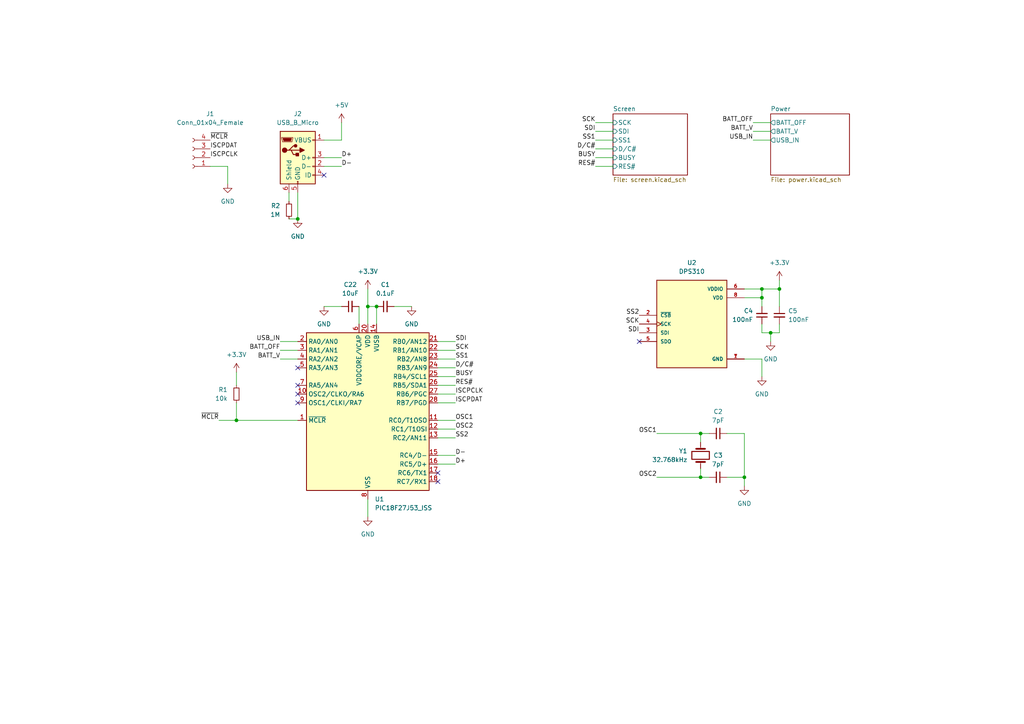
<source format=kicad_sch>
(kicad_sch (version 20211123) (generator eeschema)
  (paper "A4")
  (lib_symbols
    (symbol "Connector:Conn_01x04_Female" (pin_names (offset 1.016) hide)
      (property "Reference" "J" (at 0 5.08 0))
      (property "Value" "Conn_01x04_Female" (at 0 -7.62 0))
      (symbol "Conn_01x04_Female_1_1"
        (arc (start 0 -4.572) (mid -0.508 -5.08) (end 0 -5.588) (stroke (width 0.1524)))
        (arc (start 0 -2.032) (mid -0.508 -2.54) (end 0 -3.048) (stroke (width 0.1524)))
        (polyline (pts (xy -1.27 -5.08) (xy -0.508 -5.08)) (stroke (width 0.1524)))
        (polyline (pts (xy -1.27 -2.54) (xy -0.508 -2.54)) (stroke (width 0.1524)))
        (polyline (pts (xy -1.27 0) (xy -0.508 0)) (stroke (width 0.1524)))
        (polyline (pts (xy -1.27 2.54) (xy -0.508 2.54)) (stroke (width 0.1524)))
        (arc (start 0 0.508) (mid -0.508 0) (end 0 -0.508) (stroke (width 0.1524)))
        (arc (start 0 3.048) (mid -0.508 2.54) (end 0 2.032) (stroke (width 0.1524)))
        (pin passive line (at -5.08 2.54 0) (length 3.81) (name "Pin_1") (number "1"))
        (pin passive line (at -5.08 0 0) (length 3.81) (name "Pin_2") (number "2"))
        (pin passive line (at -5.08 -2.54 0) (length 3.81) (name "Pin_3") (number "3"))
        (pin passive line (at -5.08 -5.08 0) (length 3.81) (name "Pin_4") (number "4"))
      )
    )
    (symbol "Connector:USB_B_Micro" (pin_names (offset 1.016))
      (property "Reference" "J" (at -5.08 11.43 0))
      (property "Value" "USB_B_Micro" (at -5.08 8.89 0))
      (symbol "USB_B_Micro_0_1"
        (rectangle (start -5.08 -7.62) (end 5.08 7.62) (stroke (width 0.254)) (fill (type background)))
        (circle (center -3.81 2.159) (radius 0.635) (stroke (width 0.254)) (fill (type outline)))
        (circle (center -0.635 3.429) (radius 0.381) (stroke (width 0.254)) (fill (type outline)))
        (rectangle (start -0.127 -7.62) (end 0.127 -6.858))
        (polyline (pts (xy -1.905 2.159) (xy 0.635 2.159)) (stroke (width 0.254)))
        (polyline (pts (xy -3.175 2.159) (xy -2.54 2.159) (xy -1.27 3.429) (xy -0.635 3.429)) (stroke (width 0.254)))
        (polyline (pts (xy -2.54 2.159) (xy -1.905 2.159) (xy -1.27 0.889) (xy 0 0.889)) (stroke (width 0.254)))
        (polyline (pts (xy 0.635 2.794) (xy 0.635 1.524) (xy 1.905 2.159) (xy 0.635 2.794)) (stroke (width 0.254)) (fill (type outline)))
        (polyline (pts (xy -4.318 5.588) (xy -1.778 5.588) (xy -2.032 4.826) (xy -4.064 4.826) (xy -4.318 5.588)) (fill (type outline)))
        (polyline (pts (xy -4.699 5.842) (xy -4.699 5.588) (xy -4.445 4.826) (xy -4.445 4.572) (xy -1.651 4.572) (xy -1.651 4.826) (xy -1.397 5.588) (xy -1.397 5.842) (xy -4.699 5.842)))
        (rectangle (start 0.254 1.27) (end -0.508 0.508) (stroke (width 0.254)) (fill (type outline)))
        (rectangle (start 5.08 -5.207) (end 4.318 -4.953))
        (rectangle (start 5.08 -2.667) (end 4.318 -2.413))
        (rectangle (start 5.08 -0.127) (end 4.318 0.127))
        (rectangle (start 5.08 4.953) (end 4.318 5.207))
      )
      (symbol "USB_B_Micro_1_1"
        (pin power_out line (at 7.62 5.08 180) (length 2.54) (name "VBUS") (number "1"))
        (pin bidirectional line (at 7.62 -2.54 180) (length 2.54) (name "D-") (number "2"))
        (pin bidirectional line (at 7.62 0 180) (length 2.54) (name "D+") (number "3"))
        (pin passive line (at 7.62 -5.08 180) (length 2.54) (name "ID") (number "4"))
        (pin power_out line (at 0 -10.16 90) (length 2.54) (name "GND") (number "5"))
        (pin passive line (at -2.54 -10.16 90) (length 2.54) (name "Shield") (number "6"))
      )
    )
    (symbol "DPS310:DPS310" (pin_names (offset 1.016))
      (property "Reference" "U" (at -10.16 13.462 0))
      (property "Value" "DPS310" (at -10.16 -15.24 0))
      (symbol "DPS310_0_0"
        (rectangle (start -10.16 -12.7) (end 10.16 12.7) (stroke (width 0.254)) (fill (type background)))
        (pin power_in line (at 15.24 -10.16 180) (length 5.08) (name "GND") (number "1"))
        (pin input line (at -15.24 2.54 0) (length 5.08) (name "~{CSB}") (number "2"))
        (pin bidirectional line (at -15.24 -2.54 0) (length 5.08) (name "SDI") (number "3"))
        (pin input clock (at -15.24 0 0) (length 5.08) (name "SCK") (number "4"))
        (pin output line (at -15.24 -5.08 0) (length 5.08) (name "SDO") (number "5"))
        (pin power_in line (at 15.24 10.16 180) (length 5.08) (name "VDDIO") (number "6"))
        (pin power_in line (at 15.24 -10.16 180) (length 5.08) (name "GND") (number "7"))
        (pin power_in line (at 15.24 7.62 180) (length 5.08) (name "VDD") (number "8"))
      )
    )
    (symbol "Device:C_Small" (pin_numbers hide) (pin_names (offset 0.254) hide)
      (property "Reference" "C" (at 0.254 1.778 0))
      (property "Value" "C_Small" (at 0.254 -2.032 0))
      (symbol "C_Small_0_1"
        (polyline (pts (xy -1.524 -0.508) (xy 1.524 -0.508)) (stroke (width 0.3302)))
        (polyline (pts (xy -1.524 0.508) (xy 1.524 0.508)) (stroke (width 0.3048)))
      )
      (symbol "C_Small_1_1"
        (pin passive line (at 0 2.54 270) (length 2.032) (name "~") (number "1"))
        (pin passive line (at 0 -2.54 90) (length 2.032) (name "~") (number "2"))
      )
    )
    (symbol "Device:Crystal" (pin_numbers hide) (pin_names (offset 1.016) hide)
      (property "Reference" "Y" (at 0 3.81 0))
      (property "Value" "Crystal" (at 0 -3.81 0))
      (symbol "Crystal_0_1"
        (rectangle (start -1.143 2.54) (end 1.143 -2.54) (stroke (width 0.3048)))
        (polyline (pts (xy -2.54 0) (xy -1.905 0)))
        (polyline (pts (xy -1.905 -1.27) (xy -1.905 1.27)) (stroke (width 0.508)))
        (polyline (pts (xy 1.905 -1.27) (xy 1.905 1.27)) (stroke (width 0.508)))
        (polyline (pts (xy 2.54 0) (xy 1.905 0)))
      )
      (symbol "Crystal_1_1"
        (pin passive line (at -3.81 0 0) (length 1.27) (name "1") (number "1"))
        (pin passive line (at 3.81 0 180) (length 1.27) (name "2") (number "2"))
      )
    )
    (symbol "Device:R_Small" (pin_numbers hide) (pin_names (offset 0.254) hide)
      (property "Reference" "R" (at 0.762 0.508 0))
      (property "Value" "R_Small" (at 0.762 -1.016 0))
      (symbol "R_Small_0_1"
        (rectangle (start -0.762 1.778) (end 0.762 -1.778) (stroke (width 0.2032)))
      )
      (symbol "R_Small_1_1"
        (pin passive line (at 0 2.54 270) (length 0.762) (name "~") (number "1"))
        (pin passive line (at 0 -2.54 90) (length 0.762) (name "~") (number "2"))
      )
    )
    (symbol "MCU_Microchip_PIC18:PIC18F27J53_ISS"
      (property "Reference" "U" (at -16.51 24.13 0))
      (property "Value" "PIC18F27J53_ISS" (at 20.32 24.13 0))
      (symbol "PIC18F27J53_ISS_0_1"
        (rectangle (start 17.78 -22.86) (end -17.78 22.86) (stroke (width 0.254)) (fill (type background)))
      )
      (symbol "PIC18F27J53_ISS_1_1"
        (pin input line (at -20.32 -2.54 0) (length 2.54) (name "~{MCLR}") (number "1"))
        (pin bidirectional line (at -20.32 5.08 0) (length 2.54) (name "OSC2/CLKO/RA6") (number "10"))
        (pin bidirectional line (at 20.32 -2.54 180) (length 2.54) (name "RC0/T1OSO") (number "11"))
        (pin bidirectional line (at 20.32 -5.08 180) (length 2.54) (name "RC1/T1OSI") (number "12"))
        (pin bidirectional line (at 20.32 -7.62 180) (length 2.54) (name "RC2/AN11") (number "13"))
        (pin power_in line (at 2.54 25.4 270) (length 2.54) (name "VUSB") (number "14"))
        (pin bidirectional line (at 20.32 -12.7 180) (length 2.54) (name "RC4/D-") (number "15"))
        (pin bidirectional line (at 20.32 -15.24 180) (length 2.54) (name "RC5/D+") (number "16"))
        (pin bidirectional line (at 20.32 -17.78 180) (length 2.54) (name "RC6/TX1") (number "17"))
        (pin bidirectional line (at 20.32 -20.32 180) (length 2.54) (name "RC7/RX1") (number "18"))
        (pin passive line (at 0 -25.4 90) (length 2.54) hide (name "VSS") (number "19"))
        (pin bidirectional line (at -20.32 20.32 0) (length 2.54) (name "RA0/AN0") (number "2"))
        (pin power_in line (at 0 25.4 270) (length 2.54) (name "VDD") (number "20"))
        (pin bidirectional line (at 20.32 20.32 180) (length 2.54) (name "RB0/AN12") (number "21"))
        (pin bidirectional line (at 20.32 17.78 180) (length 2.54) (name "RB1/AN10") (number "22"))
        (pin bidirectional line (at 20.32 15.24 180) (length 2.54) (name "RB2/AN8") (number "23"))
        (pin bidirectional line (at 20.32 12.7 180) (length 2.54) (name "RB3/AN9") (number "24"))
        (pin bidirectional line (at 20.32 10.16 180) (length 2.54) (name "RB4/SCL1") (number "25"))
        (pin bidirectional line (at 20.32 7.62 180) (length 2.54) (name "RB5/SDA1") (number "26"))
        (pin bidirectional line (at 20.32 5.08 180) (length 2.54) (name "RB6/PGC") (number "27"))
        (pin bidirectional line (at 20.32 2.54 180) (length 2.54) (name "RB7/PGD") (number "28"))
        (pin bidirectional line (at -20.32 17.78 0) (length 2.54) (name "RA1/AN1") (number "3"))
        (pin bidirectional line (at -20.32 15.24 0) (length 2.54) (name "RA2/AN2") (number "4"))
        (pin bidirectional line (at -20.32 12.7 0) (length 2.54) (name "RA3/AN3") (number "5"))
        (pin power_in line (at -2.54 25.4 270) (length 2.54) (name "VDDCORE/VCAP") (number "6"))
        (pin bidirectional line (at -20.32 7.62 0) (length 2.54) (name "RA5/AN4") (number "7"))
        (pin power_in line (at 0 -25.4 90) (length 2.54) (name "VSS") (number "8"))
        (pin bidirectional line (at -20.32 2.54 0) (length 2.54) (name "OSC1/CLKI/RA7") (number "9"))
      )
    )
    (symbol "power:+3.3V" (power) (pin_names (offset 0))
      (property "Value" "+3.3V" (at 0 3.556 0))
      (symbol "+3.3V_0_1"
        (polyline (pts (xy -0.762 1.27) (xy 0 2.54)))
        (polyline (pts (xy 0 0) (xy 0 2.54)))
        (polyline (pts (xy 0 2.54) (xy 0.762 1.27)))
      )
      (symbol "+3.3V_1_1"
        (pin power_in line (at 0 0 90) (length 0) hide (name "+3.3V") (number "1"))
      )
    )
    (symbol "power:+5V" (power) (pin_names (offset 0))
      (property "Value" "+5V" (at 0 3.556 0))
      (symbol "+5V_0_1"
        (polyline (pts (xy -0.762 1.27) (xy 0 2.54)))
        (polyline (pts (xy 0 0) (xy 0 2.54)))
        (polyline (pts (xy 0 2.54) (xy 0.762 1.27)))
      )
      (symbol "+5V_1_1"
        (pin power_in line (at 0 0 90) (length 0) hide (name "+5V") (number "1"))
      )
    )
    (symbol "power:GND" (power) (pin_names (offset 0))
      (property "Value" "GND" (at 0 -3.81 0))
      (symbol "GND_0_1"
        (polyline (pts (xy 0 0) (xy 0 -1.27) (xy 1.27 -1.27) (xy 0 -2.54) (xy -1.27 -1.27) (xy 0 -1.27)))
      )
      (symbol "GND_1_1"
        (pin power_in line (at 0 0 270) (length 0) hide (name "GND") (number "1"))
      )
    )
  )
  (junction (at 203.2 125.73))
  (junction (at 215.9 138.43))
  (junction (at 220.98 83.82))
  (junction (at 220.98 86.36))
  (junction (at 86.36 63.5))
  (junction (at 203.2 138.43))
  (junction (at 226.06 83.82))
  (junction (at 109.22 88.9))
  (junction (at 68.58 121.92))
  (junction (at 106.68 88.9))
  (junction (at 223.52 96.52))
  (no_connect (at 93.98 50.8))
  (no_connect (at 185.42 99.06))
  (no_connect (at 86.36 116.84))
  (no_connect (at 86.36 114.3))
  (no_connect (at 127 139.7))
  (no_connect (at 127 137.16))
  (no_connect (at 86.36 111.76))
  (no_connect (at 86.36 106.68))
  (wire (pts (xy 86.36 55.88) (xy 86.36 63.5)))
  (wire (pts (xy 215.9 86.36) (xy 220.98 86.36)))
  (wire (pts (xy 127 114.3) (xy 132.08 114.3)))
  (wire (pts (xy 205.74 125.73) (xy 203.2 125.73)))
  (wire (pts (xy 215.9 125.73) (xy 215.9 138.43)))
  (wire (pts (xy 127 132.08) (xy 132.08 132.08)))
  (wire (pts (xy 215.9 104.14) (xy 220.98 104.14)))
  (wire (pts (xy 220.98 96.52) (xy 223.52 96.52)))
  (wire (pts (xy 205.74 138.43) (xy 203.2 138.43)))
  (wire (pts (xy 68.58 121.92) (xy 86.36 121.92)))
  (wire (pts (xy 127 109.22) (xy 132.08 109.22)))
  (wire (pts (xy 127 134.62) (xy 132.08 134.62)))
  (wire (pts (xy 203.2 128.27) (xy 203.2 125.73)))
  (wire (pts (xy 93.98 48.26) (xy 99.06 48.26)))
  (wire (pts (xy 106.68 83.82) (xy 106.68 88.9)))
  (wire (pts (xy 127 127) (xy 132.08 127)))
  (wire (pts (xy 81.28 101.6) (xy 86.36 101.6)))
  (wire (pts (xy 109.22 88.9) (xy 106.68 88.9)))
  (wire (pts (xy 218.44 38.1) (xy 223.52 38.1)))
  (wire (pts (xy 172.72 45.72) (xy 177.8 45.72)))
  (wire (pts (xy 226.06 83.82) (xy 226.06 88.9)))
  (wire (pts (xy 99.06 35.56) (xy 99.06 40.64)))
  (wire (pts (xy 106.68 88.9) (xy 106.68 93.98)))
  (wire (pts (xy 223.52 96.52) (xy 226.06 96.52)))
  (wire (pts (xy 68.58 121.92) (xy 68.58 116.84)))
  (wire (pts (xy 81.28 104.14) (xy 86.36 104.14)))
  (wire (pts (xy 127 104.14) (xy 132.08 104.14)))
  (wire (pts (xy 172.72 35.56) (xy 177.8 35.56)))
  (wire (pts (xy 63.5 121.92) (xy 68.58 121.92)))
  (wire (pts (xy 66.04 48.26) (xy 66.04 53.34)))
  (wire (pts (xy 83.82 63.5) (xy 86.36 63.5)))
  (wire (pts (xy 68.58 107.95) (xy 68.58 111.76)))
  (wire (pts (xy 127 124.46) (xy 132.08 124.46)))
  (wire (pts (xy 127 99.06) (xy 132.08 99.06)))
  (wire (pts (xy 93.98 88.9) (xy 99.06 88.9)))
  (wire (pts (xy 220.98 86.36) (xy 220.98 88.9)))
  (wire (pts (xy 210.82 125.73) (xy 215.9 125.73)))
  (wire (pts (xy 83.82 58.42) (xy 83.82 55.88)))
  (wire (pts (xy 190.5 138.43) (xy 203.2 138.43)))
  (wire (pts (xy 218.44 35.56) (xy 223.52 35.56)))
  (wire (pts (xy 220.98 83.82) (xy 226.06 83.82)))
  (wire (pts (xy 81.28 99.06) (xy 86.36 99.06)))
  (wire (pts (xy 127 116.84) (xy 132.08 116.84)))
  (wire (pts (xy 203.2 135.89) (xy 203.2 138.43)))
  (wire (pts (xy 172.72 38.1) (xy 177.8 38.1)))
  (wire (pts (xy 106.68 144.78) (xy 106.68 149.86)))
  (wire (pts (xy 215.9 138.43) (xy 215.9 140.97)))
  (wire (pts (xy 127 106.68) (xy 132.08 106.68)))
  (wire (pts (xy 172.72 43.18) (xy 177.8 43.18)))
  (wire (pts (xy 109.22 93.98) (xy 109.22 88.9)))
  (wire (pts (xy 172.72 48.26) (xy 177.8 48.26)))
  (wire (pts (xy 220.98 104.14) (xy 220.98 109.22)))
  (wire (pts (xy 226.06 96.52) (xy 226.06 93.98)))
  (wire (pts (xy 127 121.92) (xy 132.08 121.92)))
  (wire (pts (xy 218.44 40.64) (xy 223.52 40.64)))
  (wire (pts (xy 93.98 45.72) (xy 99.06 45.72)))
  (wire (pts (xy 60.96 48.26) (xy 66.04 48.26)))
  (wire (pts (xy 215.9 83.82) (xy 220.98 83.82)))
  (wire (pts (xy 215.9 138.43) (xy 210.82 138.43)))
  (wire (pts (xy 114.3 88.9) (xy 119.38 88.9)))
  (wire (pts (xy 220.98 83.82) (xy 220.98 86.36)))
  (wire (pts (xy 127 101.6) (xy 132.08 101.6)))
  (wire (pts (xy 223.52 99.06) (xy 223.52 96.52)))
  (wire (pts (xy 104.14 93.98) (xy 104.14 88.9)))
  (wire (pts (xy 190.5 125.73) (xy 203.2 125.73)))
  (wire (pts (xy 172.72 40.64) (xy 177.8 40.64)))
  (wire (pts (xy 127 111.76) (xy 132.08 111.76)))
  (wire (pts (xy 226.06 81.28) (xy 226.06 83.82)))
  (wire (pts (xy 93.98 40.64) (xy 99.06 40.64)))
  (wire (pts (xy 220.98 93.98) (xy 220.98 96.52)))
  (label "SCK" (at 132.08 101.6 0))
  (label "ISCPDAT" (at 132.08 116.84 0))
  (label "SS2" (at 185.42 91.44 180))
  (label "BATT_V" (at 81.28 104.14 180))
  (label "D{slash}C#" (at 132.08 106.68 0))
  (label "SS1" (at 132.08 104.14 0))
  (label "SDI" (at 172.72 38.1 180))
  (label "ISCPDAT" (at 60.96 43.18 0))
  (label "SS1" (at 172.72 40.64 180))
  (label "D-" (at 99.06 48.26 0))
  (label "BATT_OFF" (at 81.28 101.6 180))
  (label "SCK" (at 185.42 93.98 180))
  (label "BATT_V" (at 218.44 38.1 180))
  (label "SDI" (at 132.08 99.06 0))
  (label "D+" (at 132.08 134.62 0))
  (label "D+" (at 99.06 45.72 0))
  (label "BUSY" (at 172.72 45.72 180))
  (label "ISCPCLK" (at 60.96 45.72 0))
  (label "RES#" (at 172.72 48.26 180))
  (label "SCK" (at 172.72 35.56 180))
  (label "D{slash}C#" (at 172.72 43.18 180))
  (label "USB_IN" (at 81.28 99.06 180))
  (label "RES#" (at 132.08 111.76 0))
  (label "D-" (at 132.08 132.08 0))
  (label "USB_IN" (at 218.44 40.64 180))
  (label "SS2" (at 132.08 127 0))
  (label "SDI" (at 185.42 96.52 180))
  (label "ISCPCLK" (at 132.08 114.3 0))
  (label "~{MCLR}" (at 60.96 40.64 0))
  (label "~{MCLR}" (at 63.5 121.92 180))
  (label "OSC2" (at 132.08 124.46 0))
  (label "OSC2" (at 190.5 138.43 180))
  (label "BATT_OFF" (at 218.44 35.56 180))
  (label "OSC1" (at 190.5 125.73 180))
  (label "OSC1" (at 132.08 121.92 0))
  (label "BUSY" (at 132.08 109.22 0))
  (symbol (lib_id "power:GND") (at 93.98 88.9 0) (unit 1)
    (property "Reference" "#PWR0107" (effects hide))
    (property "Value" "GND" (at 93.98 93.98 0))
  )
  (symbol (lib_id "power:GND") (at 220.98 109.22 0) (unit 1)
    (property "Reference" "#PWR0104" (effects hide))
    (property "Value" "GND" (at 220.98 114.3 0))
  )
  (symbol (lib_id "power:GND") (at 215.9 140.97 0) (mirror y) (unit 1)
    (property "Reference" "#PWR0103" (effects hide))
    (property "Value" "GND" (at 215.9 146.05 0))
  )
  (symbol (lib_id "power:+5V") (at 99.06 35.56 0) (unit 1)
    (property "Reference" "#PWR0109" (effects hide))
    (property "Value" "+5V" (at 99.06 30.48 0))
  )
  (symbol (lib_id "Device:C_Small") (at 208.28 125.73 270) (mirror x) (unit 1)
    (property "Reference" "C2" (at 208.2737 119.38 90))
    (property "Value" "7pF" (at 208.2737 121.92 90))
    (property "Footprint" "Capacitor_SMD:C_0603_1608Metric_Pad1.08x0.95mm_HandSolder" (effects hide))
  )
  (symbol (lib_id "power:GND") (at 223.52 99.06 0) (unit 1)
    (property "Reference" "#PWR0105" (effects hide))
    (property "Value" "GND" (at 223.52 104.14 0))
  )
  (symbol (lib_id "Device:C_Small") (at 220.98 91.44 0) (mirror x) (unit 1)
    (property "Reference" "C4" (at 218.44 90.1635 0) (effects (justify right)))
    (property "Value" "100nF" (at 218.44 92.7035 0) (effects (justify right)))
    (property "Footprint" "Capacitor_SMD:C_0603_1608Metric_Pad1.08x0.95mm_HandSolder" (effects hide))
  )
  (symbol (lib_id "Connector:Conn_01x04_Female") (at 55.88 45.72 180) (unit 1)
    (property "Reference" "J1" (at 60.96 33.02 0))
    (property "Value" "Conn_01x04_Female" (at 60.96 35.56 0))
    (property "Footprint" "e-ink:HARWIN_M20-7910442R" (effects hide))
  )
  (symbol (lib_id "power:+3.3V") (at 226.06 81.28 0) (unit 1)
    (property "Reference" "#PWR0110" (effects hide))
    (property "Value" "+3.3V" (at 226.06 76.2 0))
  )
  (symbol (lib_id "Device:C_Small") (at 208.28 138.43 270) (mirror x) (unit 1)
    (property "Reference" "C3" (at 208.2737 132.08 90))
    (property "Value" "7pF" (at 208.2737 134.62 90))
    (property "Footprint" "Capacitor_SMD:C_0603_1608Metric_Pad1.08x0.95mm_HandSolder" (effects hide))
  )
  (symbol (lib_id "Device:Crystal") (at 203.2 132.08 270) (mirror x) (unit 1)
    (property "Reference" "Y1" (at 199.39 130.8099 90) (effects (justify right)))
    (property "Value" "32.768kHz" (at 199.39 133.3499 90) (effects (justify right)))
    (property "Footprint" "e-ink:XTAL_FC-135R_32.7680KA-AG0" (effects hide))
  )
  (symbol (lib_id "Device:C_Small") (at 101.6 88.9 90) (unit 1)
    (property "Reference" "C22" (at 101.6063 82.55 90))
    (property "Value" "10uF" (at 101.6063 85.09 90))
    (property "Footprint" "Capacitor_SMD:C_0603_1608Metric_Pad1.08x0.95mm_HandSolder" (effects hide))
  )
  (symbol (lib_id "power:GND") (at 119.38 88.9 0) (unit 1)
    (property "Reference" "#PWR0102" (effects hide))
    (property "Value" "GND" (at 119.38 93.98 0))
  )
  (symbol (lib_id "power:GND") (at 86.36 63.5 0) (unit 1)
    (property "Reference" "#PWR0106" (effects hide))
    (property "Value" "GND" (at 86.36 68.58 0))
  )
  (symbol (lib_id "Device:R_Small") (at 83.82 60.96 0) (mirror x) (unit 1)
    (property "Reference" "R2" (at 81.28 59.6899 0) (effects (justify right)))
    (property "Value" "1M" (at 81.28 62.2299 0) (effects (justify right)))
    (property "Footprint" "Resistor_SMD:R_0603_1608Metric_Pad0.98x0.95mm_HandSolder" (effects hide))
  )
  (symbol (lib_id "Device:C_Small") (at 226.06 91.44 0) (unit 1)
    (property "Reference" "C5" (at 228.6 90.1762 0) (effects (justify left)))
    (property "Value" "100nF" (at 228.6 92.7162 0) (effects (justify left)))
    (property "Footprint" "Capacitor_SMD:C_0603_1608Metric_Pad1.08x0.95mm_HandSolder" (effects hide))
  )
  (symbol (lib_id "Device:R_Small") (at 68.58 114.3 0) (mirror y) (unit 1)
    (property "Reference" "R1" (at 66.04 113.0299 0) (effects (justify left)))
    (property "Value" "10k" (at 66.04 115.5699 0) (effects (justify left)))
    (property "Footprint" "Resistor_SMD:R_0603_1608Metric_Pad0.98x0.95mm_HandSolder" (effects hide))
  )
  (symbol (lib_id "DPS310:DPS310") (at 200.66 93.98 0) (unit 1)
    (property "Reference" "U2" (at 200.66 76.2 0))
    (property "Value" "DPS310" (at 200.66 78.74 0))
    (property "Footprint" "e-ink:XDCR_DPS310" (effects hide))
    (property "MF" "Infineon Technologies" (effects hide))
    (property "DESCRIPTION" "The DPS310 is a miniaturized Digital Barometric Air Pressure Sensor with a high accuracy and a low current consumption, capable of measuring both pressure and temperature." (effects hide))
    (property "PACKAGE" "VFLGA-8 Infineon Technologies" (effects hide))
    (property "PRICE" "None" (effects hide))
    (property "Package" "VFLGA-8 Infineon Technologies" (effects hide))
    (property "Check_prices" "https://www.snapeda.com/parts/DPS310/Infineon+Technologies/view-part/?ref=eda" (effects hide))
    (property "Price" "None" (effects hide))
    (property "SnapEDA_Link" "https://www.snapeda.com/parts/DPS310/Infineon+Technologies/view-part/?ref=snap" (effects hide))
    (property "MP" "DPS310" (effects hide))
    (property "Availability" "In Stock" (effects hide))
    (property "AVAILABILITY" "Unavailable" (effects hide))
    (property "Description" "\nPressure Sensor 4.35PSI ~ 17.4PSI (30kPa ~ 120kPa) Vented Gauge - 24 b 8-VFLGA\n" (effects hide))
  )
  (symbol (lib_id "Device:C_Small") (at 111.76 88.9 90) (unit 1)
    (property "Reference" "C1" (at 111.7663 82.55 90))
    (property "Value" "0.1uF" (at 111.7663 85.09 90))
    (property "Footprint" "Capacitor_SMD:C_0603_1608Metric_Pad1.08x0.95mm_HandSolder" (effects hide))
  )
  (symbol (lib_id "Connector:USB_B_Micro") (at 86.36 45.72 0) (unit 1)
    (property "Reference" "J2" (at 86.36 33.02 0))
    (property "Value" "USB_B_Micro" (at 86.36 35.56 0))
    (property "Footprint" "e-ink:AMPHENOL_10118193-0001LF" (effects hide))
  )
  (symbol (lib_id "power:GND") (at 106.68 149.86 0) (unit 1)
    (property "Reference" "#PWR0111" (effects hide))
    (property "Value" "GND" (at 106.68 154.94 0))
  )
  (symbol (lib_id "MCU_Microchip_PIC18:PIC18F27J53_ISS") (at 106.68 119.38 0) (unit 1)
    (property "Reference" "U1" (at 108.6994 144.78 0) (effects (justify left)))
    (property "Value" "PIC18F27J53_ISS" (at 108.6994 147.32 0) (effects (justify left)))
    (property "Footprint" "Package_SO:SSOP-28_5.3x10.2mm_P0.65mm" (effects hide))
    (property "Datasheet" "http://ww1.microchip.com/downloads/en/DeviceDoc/30009964C.pdf" (effects hide))
  )
  (symbol (lib_id "power:GND") (at 66.04 53.34 0) (unit 1)
    (property "Reference" "#PWR0136" (effects hide))
    (property "Value" "GND" (at 66.04 58.42 0))
  )
  (symbol (lib_id "power:+3.3V") (at 106.68 83.82 0) (unit 1)
    (property "Reference" "#PWR0108" (effects hide))
    (property "Value" "+3.3V" (at 106.68 78.74 0))
  )
  (symbol (lib_id "power:+3.3V") (at 68.58 107.95 0) (unit 1)
    (property "Reference" "#PWR0101" (effects hide))
    (property "Value" "+3.3V" (at 68.58 102.87 0))
  )
  (sheet (at 223.52 33.02) (size 22.86 17.78) (stroke (width 0.1524))
    (property "Sheet name" "Power" (at 223.52 32.3084 0) (effects (justify left bottom)))
    (property "Sheet file" "power.kicad_sch" (at 223.52 51.3846 0) (effects (justify left top)))
    (pin "BATT_OFF" output (at 223.52 35.56 180))
    (pin "BATT_V" output (at 223.52 38.1 180))
    (pin "USB_IN" output (at 223.52 40.64 180))
  )
  (sheet (at 177.8 33.02) (size 21.59 17.78) (stroke (width 0.1524))
    (property "Sheet name" "Screen" (at 177.8 32.3084 0) (effects (justify left bottom)))
    (property "Sheet file" "screen.kicad_sch" (at 177.8 51.3846 0) (effects (justify left top)))
    (pin "D{slash}C#" input (at 177.8 43.18 180))
    (pin "SDI" input (at 177.8 38.1 180))
    (pin "SCK" input (at 177.8 35.56 180))
    (pin "SS1" input (at 177.8 40.64 180))
    (pin "BUSY" input (at 177.8 45.72 180))
    (pin "RES#" input (at 177.8 48.26 180))
  )
)
</source>
